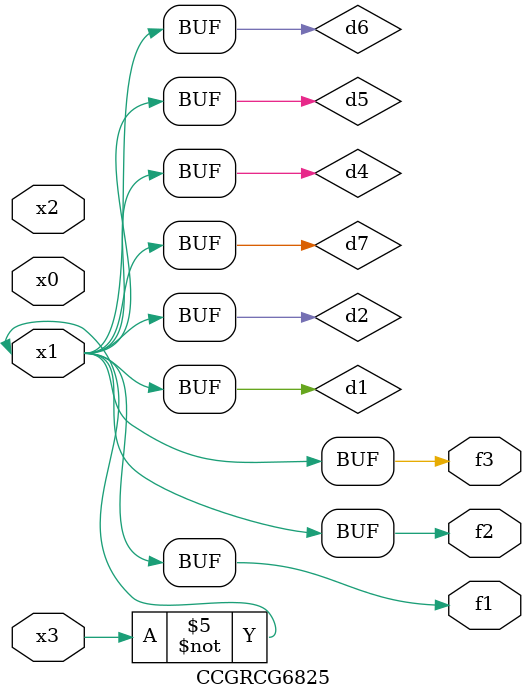
<source format=v>
module CCGRCG6825(
	input x0, x1, x2, x3,
	output f1, f2, f3
);

	wire d1, d2, d3, d4, d5, d6, d7;

	not (d1, x3);
	buf (d2, x1);
	xnor (d3, d1, d2);
	nor (d4, d1);
	buf (d5, d1, d2);
	buf (d6, d4, d5);
	nand (d7, d4);
	assign f1 = d6;
	assign f2 = d7;
	assign f3 = d6;
endmodule

</source>
